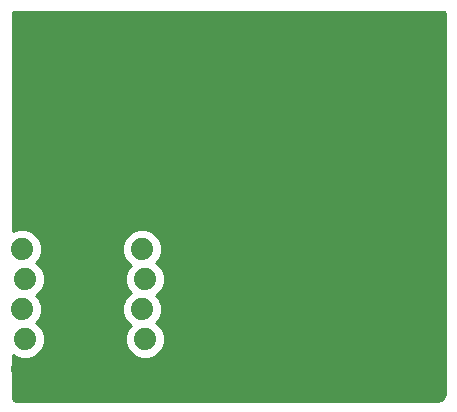
<source format=gbl>
G75*
G70*
%OFA0B0*%
%FSLAX24Y24*%
%IPPOS*%
%LPD*%
%AMOC8*
5,1,8,0,0,1.08239X$1,22.5*
%
%ADD10C,0.0740*%
%ADD11R,0.0396X0.0396*%
%ADD12C,0.0100*%
D10*
X001000Y001650D03*
X001100Y002650D03*
X001000Y003650D03*
X001100Y004650D03*
X001000Y005650D03*
X001100Y006650D03*
X005000Y005650D03*
X005100Y004650D03*
X005000Y003650D03*
X005100Y002650D03*
X005000Y001650D03*
X005100Y006650D03*
D11*
X008050Y011150D03*
X012050Y009150D03*
D12*
X000715Y000673D02*
X000739Y000639D01*
X000773Y000615D01*
X000812Y000602D01*
X000833Y000600D01*
X014841Y000600D01*
X014880Y000603D01*
X014955Y000627D01*
X015018Y000674D01*
X015065Y000737D01*
X015089Y000812D01*
X015092Y000852D01*
X015092Y013496D01*
X015091Y013507D01*
X015084Y013530D01*
X015070Y013548D01*
X015052Y013562D01*
X015030Y013569D01*
X015018Y013570D01*
X000726Y013570D01*
X000722Y013570D01*
X000714Y013567D01*
X000708Y013562D01*
X000703Y013556D01*
X000700Y013548D01*
X000700Y013544D01*
X000700Y006240D01*
X000869Y006310D01*
X001131Y006310D01*
X001374Y006210D01*
X001560Y006024D01*
X001660Y005781D01*
X001660Y005519D01*
X001560Y005276D01*
X001483Y005200D01*
X001660Y005024D01*
X001760Y004781D01*
X001760Y004519D01*
X001660Y004276D01*
X001483Y004100D01*
X001560Y004024D01*
X001660Y003781D01*
X001660Y003519D01*
X001560Y003276D01*
X001483Y003200D01*
X001660Y003024D01*
X001760Y002781D01*
X001760Y002519D01*
X001660Y002276D01*
X001474Y002090D01*
X001231Y001990D01*
X000969Y001990D01*
X000726Y002090D01*
X000700Y002117D01*
X000700Y000733D01*
X000702Y000712D01*
X000715Y000673D01*
X000736Y000643D02*
X014976Y000643D01*
X015066Y000741D02*
X000700Y000741D01*
X000700Y000840D02*
X015091Y000840D01*
X015092Y000938D02*
X000700Y000938D01*
X000700Y001037D02*
X015092Y001037D01*
X015092Y001135D02*
X000700Y001135D01*
X000700Y001234D02*
X015092Y001234D01*
X015092Y001332D02*
X000700Y001332D01*
X000700Y001431D02*
X015092Y001431D01*
X015092Y001529D02*
X000700Y001529D01*
X000700Y001628D02*
X015092Y001628D01*
X015092Y001726D02*
X000700Y001726D01*
X000700Y001825D02*
X015092Y001825D01*
X015092Y001923D02*
X000700Y001923D01*
X000700Y002022D02*
X000893Y002022D01*
X001307Y002022D02*
X004893Y002022D01*
X004969Y001990D02*
X005231Y001990D01*
X005474Y002090D01*
X005660Y002276D01*
X005760Y002519D01*
X005760Y002781D01*
X005660Y003024D01*
X005483Y003200D01*
X005560Y003276D01*
X005660Y003519D01*
X005660Y003781D01*
X005560Y004024D01*
X005483Y004100D01*
X005660Y004276D01*
X005760Y004519D01*
X005760Y004781D01*
X005660Y005024D01*
X005483Y005200D01*
X005560Y005276D01*
X005660Y005519D01*
X005660Y005781D01*
X005560Y006024D01*
X005374Y006210D01*
X005131Y006310D01*
X004869Y006310D01*
X004626Y006210D01*
X004440Y006024D01*
X004340Y005781D01*
X004340Y005519D01*
X004440Y005276D01*
X004617Y005100D01*
X004540Y005024D01*
X004440Y004781D01*
X004440Y004519D01*
X004540Y004276D01*
X004617Y004200D01*
X004440Y004024D01*
X004340Y003781D01*
X004340Y003519D01*
X004440Y003276D01*
X004617Y003100D01*
X004540Y003024D01*
X004440Y002781D01*
X004440Y002519D01*
X004540Y002276D01*
X004726Y002090D01*
X004969Y001990D01*
X004697Y002120D02*
X001503Y002120D01*
X001602Y002219D02*
X004598Y002219D01*
X004524Y002317D02*
X001676Y002317D01*
X001717Y002416D02*
X004483Y002416D01*
X004442Y002514D02*
X001758Y002514D01*
X001760Y002613D02*
X004440Y002613D01*
X004440Y002711D02*
X001760Y002711D01*
X001748Y002810D02*
X004452Y002810D01*
X004492Y002908D02*
X001708Y002908D01*
X001667Y003007D02*
X004533Y003007D01*
X004612Y003105D02*
X001578Y003105D01*
X001487Y003204D02*
X004513Y003204D01*
X004430Y003302D02*
X001570Y003302D01*
X001611Y003401D02*
X004389Y003401D01*
X004348Y003499D02*
X001652Y003499D01*
X001660Y003598D02*
X004340Y003598D01*
X004340Y003696D02*
X001660Y003696D01*
X001655Y003795D02*
X004345Y003795D01*
X004386Y003893D02*
X001614Y003893D01*
X001573Y003992D02*
X004427Y003992D01*
X004507Y004090D02*
X001493Y004090D01*
X001572Y004189D02*
X004605Y004189D01*
X004536Y004287D02*
X001664Y004287D01*
X001705Y004386D02*
X004495Y004386D01*
X004454Y004484D02*
X001746Y004484D01*
X001760Y004583D02*
X004440Y004583D01*
X004440Y004681D02*
X001760Y004681D01*
X001760Y004780D02*
X004440Y004780D01*
X004480Y004878D02*
X001720Y004878D01*
X001679Y004977D02*
X004521Y004977D01*
X004592Y005075D02*
X001608Y005075D01*
X001510Y005174D02*
X004543Y005174D01*
X004445Y005272D02*
X001555Y005272D01*
X001599Y005371D02*
X004401Y005371D01*
X004361Y005469D02*
X001639Y005469D01*
X001660Y005568D02*
X004340Y005568D01*
X004340Y005666D02*
X001660Y005666D01*
X001660Y005765D02*
X004340Y005765D01*
X004374Y005863D02*
X001626Y005863D01*
X001585Y005962D02*
X004415Y005962D01*
X004477Y006060D02*
X001523Y006060D01*
X001425Y006159D02*
X004575Y006159D01*
X004741Y006257D02*
X001259Y006257D01*
X000741Y006257D02*
X000700Y006257D01*
X000700Y006356D02*
X015092Y006356D01*
X015092Y006454D02*
X000700Y006454D01*
X000700Y006553D02*
X015092Y006553D01*
X015092Y006651D02*
X000700Y006651D01*
X000700Y006750D02*
X015092Y006750D01*
X015092Y006848D02*
X000700Y006848D01*
X000700Y006947D02*
X015092Y006947D01*
X015092Y007045D02*
X000700Y007045D01*
X000700Y007144D02*
X015092Y007144D01*
X015092Y007242D02*
X000700Y007242D01*
X000700Y007341D02*
X015092Y007341D01*
X015092Y007439D02*
X000700Y007439D01*
X000700Y007538D02*
X015092Y007538D01*
X015092Y007636D02*
X000700Y007636D01*
X000700Y007735D02*
X015092Y007735D01*
X015092Y007833D02*
X000700Y007833D01*
X000700Y007932D02*
X015092Y007932D01*
X015092Y008030D02*
X000700Y008030D01*
X000700Y008129D02*
X015092Y008129D01*
X015092Y008227D02*
X000700Y008227D01*
X000700Y008326D02*
X015092Y008326D01*
X015092Y008424D02*
X000700Y008424D01*
X000700Y008523D02*
X015092Y008523D01*
X015092Y008621D02*
X000700Y008621D01*
X000700Y008720D02*
X015092Y008720D01*
X015092Y008818D02*
X000700Y008818D01*
X000700Y008917D02*
X015092Y008917D01*
X015092Y009015D02*
X000700Y009015D01*
X000700Y009114D02*
X015092Y009114D01*
X015092Y009212D02*
X000700Y009212D01*
X000700Y009311D02*
X015092Y009311D01*
X015092Y009409D02*
X000700Y009409D01*
X000700Y009508D02*
X015092Y009508D01*
X015092Y009606D02*
X000700Y009606D01*
X000700Y009705D02*
X015092Y009705D01*
X015092Y009803D02*
X000700Y009803D01*
X000700Y009902D02*
X015092Y009902D01*
X015092Y010000D02*
X000700Y010000D01*
X000700Y010099D02*
X015092Y010099D01*
X015092Y010197D02*
X000700Y010197D01*
X000700Y010296D02*
X015092Y010296D01*
X015092Y010394D02*
X000700Y010394D01*
X000700Y010493D02*
X015092Y010493D01*
X015092Y010591D02*
X000700Y010591D01*
X000700Y010690D02*
X015092Y010690D01*
X015092Y010788D02*
X000700Y010788D01*
X000700Y010887D02*
X015092Y010887D01*
X015092Y010985D02*
X000700Y010985D01*
X000700Y011084D02*
X015092Y011084D01*
X015092Y011182D02*
X000700Y011182D01*
X000700Y011281D02*
X015092Y011281D01*
X015092Y011379D02*
X000700Y011379D01*
X000700Y011478D02*
X015092Y011478D01*
X015092Y011576D02*
X000700Y011576D01*
X000700Y011675D02*
X015092Y011675D01*
X015092Y011773D02*
X000700Y011773D01*
X000700Y011872D02*
X015092Y011872D01*
X015092Y011970D02*
X000700Y011970D01*
X000700Y012069D02*
X015092Y012069D01*
X015092Y012167D02*
X000700Y012167D01*
X000700Y012266D02*
X015092Y012266D01*
X015092Y012364D02*
X000700Y012364D01*
X000700Y012463D02*
X015092Y012463D01*
X015092Y012561D02*
X000700Y012561D01*
X000700Y012660D02*
X015092Y012660D01*
X015092Y012758D02*
X000700Y012758D01*
X000700Y012857D02*
X015092Y012857D01*
X015092Y012955D02*
X000700Y012955D01*
X000700Y013054D02*
X015092Y013054D01*
X015092Y013152D02*
X000700Y013152D01*
X000700Y013251D02*
X015092Y013251D01*
X015092Y013349D02*
X000700Y013349D01*
X000700Y013448D02*
X015092Y013448D01*
X015072Y013546D02*
X000700Y013546D01*
X005259Y006257D02*
X015092Y006257D01*
X015092Y006159D02*
X005425Y006159D01*
X005523Y006060D02*
X015092Y006060D01*
X015092Y005962D02*
X005585Y005962D01*
X005626Y005863D02*
X015092Y005863D01*
X015092Y005765D02*
X005660Y005765D01*
X005660Y005666D02*
X015092Y005666D01*
X015092Y005568D02*
X005660Y005568D01*
X005639Y005469D02*
X015092Y005469D01*
X015092Y005371D02*
X005599Y005371D01*
X005555Y005272D02*
X015092Y005272D01*
X015092Y005174D02*
X005510Y005174D01*
X005608Y005075D02*
X015092Y005075D01*
X015092Y004977D02*
X005679Y004977D01*
X005720Y004878D02*
X015092Y004878D01*
X015092Y004780D02*
X005760Y004780D01*
X005760Y004681D02*
X015092Y004681D01*
X015092Y004583D02*
X005760Y004583D01*
X005746Y004484D02*
X015092Y004484D01*
X015092Y004386D02*
X005705Y004386D01*
X005664Y004287D02*
X015092Y004287D01*
X015092Y004189D02*
X005572Y004189D01*
X005493Y004090D02*
X015092Y004090D01*
X015092Y003992D02*
X005573Y003992D01*
X005614Y003893D02*
X015092Y003893D01*
X015092Y003795D02*
X005655Y003795D01*
X005660Y003696D02*
X015092Y003696D01*
X015092Y003598D02*
X005660Y003598D01*
X005652Y003499D02*
X015092Y003499D01*
X015092Y003401D02*
X005611Y003401D01*
X005570Y003302D02*
X015092Y003302D01*
X015092Y003204D02*
X005487Y003204D01*
X005578Y003105D02*
X015092Y003105D01*
X015092Y003007D02*
X005667Y003007D01*
X005708Y002908D02*
X015092Y002908D01*
X015092Y002810D02*
X005748Y002810D01*
X005760Y002711D02*
X015092Y002711D01*
X015092Y002613D02*
X005760Y002613D01*
X005758Y002514D02*
X015092Y002514D01*
X015092Y002416D02*
X005717Y002416D01*
X005676Y002317D02*
X015092Y002317D01*
X015092Y002219D02*
X005602Y002219D01*
X005503Y002120D02*
X015092Y002120D01*
X015092Y002022D02*
X005307Y002022D01*
M02*

</source>
